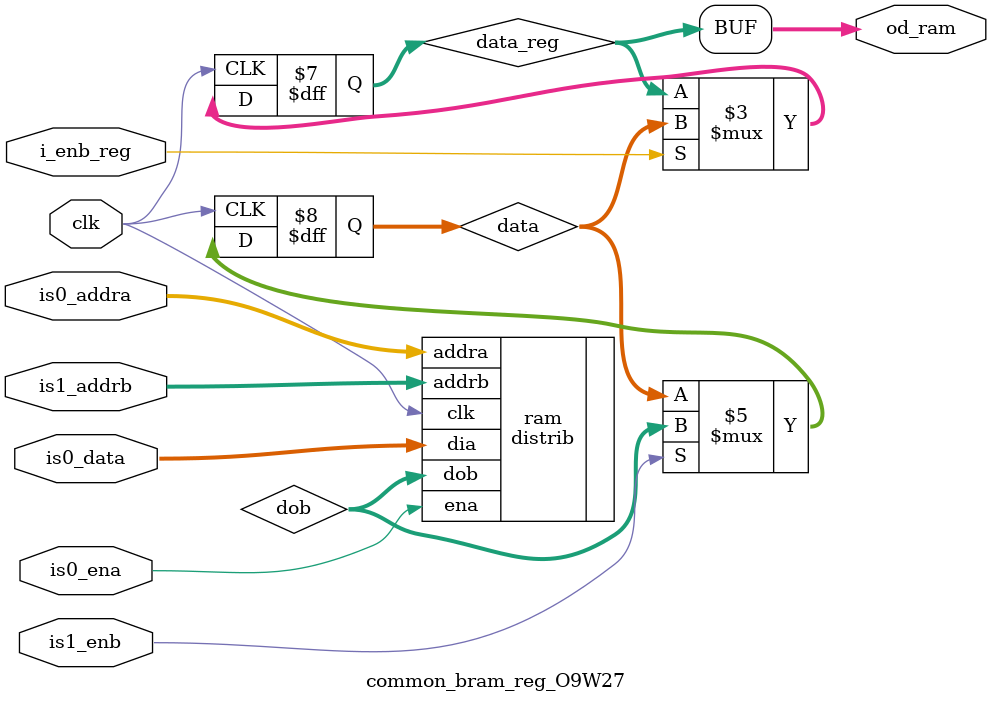
<source format=sv>
`timescale 100ps/100ps

(* keep_hierarchy = "yes" *) module common_bram_reg_O9W27 (
    input  bit clk,
    input  bit is0_ena,
    input  bit [8:0] is0_addra,
    input  bit [26:0] is0_data,
    input  bit is1_enb,
    input  bit [8:0] is1_addrb,
    input  bit i_enb_reg,
    output bit [26:0] od_ram
);


///////////////////////////////////////////////////////////
///////////////////////////////////////////////////////////
bit [26:0] data;
bit [26:0] data_reg;
bit [26:0] dob;

distrib #(
    .ORDER               (9),
    .WIDTH               (27))
ram (
    .clk                 (clk),
    .ena                 (is0_ena),
    .addra               (is0_addra),
    .dia                 (is0_data),
    .addrb               (is1_addrb),
    .dob                 (dob));


///////////////////////////////////////////////////////////
///////////////////////////////////////////////////////////
always_ff @(posedge clk)
begin
    if (is1_enb) begin
        data <= dob;
    end
end
always_ff @(posedge clk)
begin
    if (i_enb_reg) begin
        data_reg <= data;
    end
end
assign od_ram = data_reg;

endmodule
</source>
